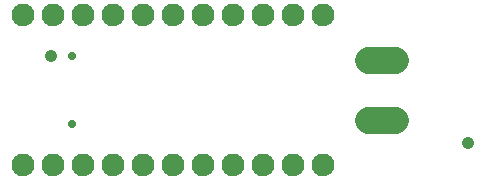
<source format=gbr>
G04 EAGLE Gerber RS-274X export*
G75*
%MOMM*%
%FSLAX34Y34*%
%LPD*%
%INGBS*%
%IPPOS*%
%AMOC8*
5,1,8,0,0,1.08239X$1,22.5*%
G01*
%ADD10C,2.300800*%
%ADD11C,0.700800*%
%ADD12C,1.930400*%
%ADD13C,1.050800*%


D10*
X312420Y-25400D02*
X334920Y-25400D01*
X334920Y25400D02*
X312420Y25400D01*
D11*
X61750Y28900D03*
X61750Y-28900D03*
D12*
X20320Y63500D03*
X45720Y63500D03*
X71120Y63500D03*
X96520Y63500D03*
X121920Y63500D03*
X147320Y63500D03*
X172720Y63500D03*
X198120Y63500D03*
X223520Y63500D03*
X248920Y63500D03*
X274320Y63500D03*
X20320Y-63500D03*
X45720Y-63500D03*
X71120Y-63500D03*
X96520Y-63500D03*
X121920Y-63500D03*
X147320Y-63500D03*
X172720Y-63500D03*
X198120Y-63500D03*
X223520Y-63500D03*
X248920Y-63500D03*
X274320Y-63500D03*
D13*
X44450Y29210D03*
X397510Y-44450D03*
M02*

</source>
